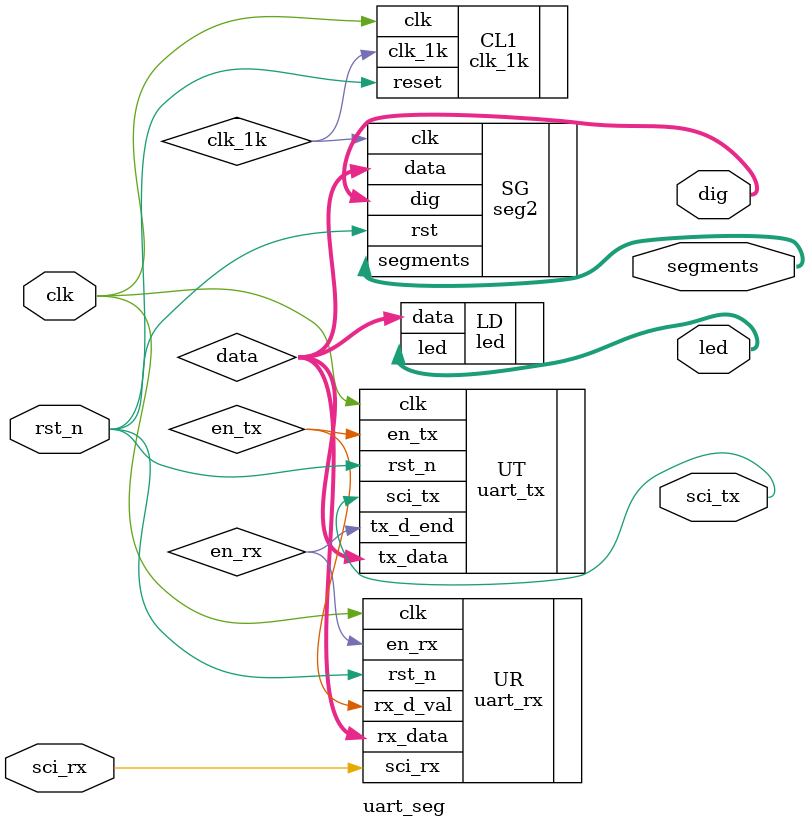
<source format=v>
module uart_seg(
    clk, rst_n, sci_rx,
    sci_tx, led, dig, segments
);

input clk, rst_n, sci_rx;

output sci_tx;
output [7:0] led;
output [3:0] dig;
output [7:0] segments;

wire [7:0] data;
wire en_tx;
wire en_rx;

wire clk_1k;

uart_rx UR(
    .clk(clk), 
    .rst_n(rst_n), 
    .sci_rx(sci_rx),
    .en_rx(en_rx),

    .rx_data(data), 
    .rx_d_val(en_tx)
);

uart_tx UT(
    .clk(clk), 
    .rst_n(rst_n), 
    .tx_data(data),
    .en_tx(en_tx),

    .sci_tx(sci_tx),
    .tx_d_end(en_rx)
);

led LD(
    .data(data),
    .led(led)
);

clk_1k CL1(
    .clk(clk),
    .reset(rst_n),
    .clk_1k(clk_1k)
);

seg2 SG(
    .clk(clk_1k),
    .data(data),
    .rst(rst_n),
    .dig(dig),
    .segments(segments)
);

endmodule
</source>
